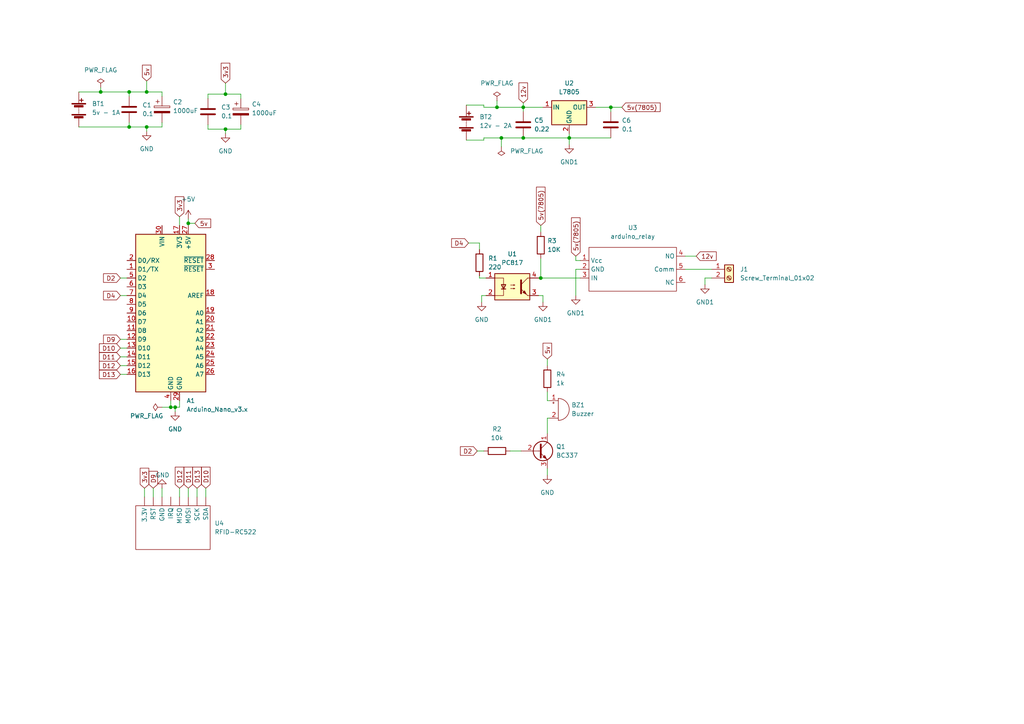
<source format=kicad_sch>
(kicad_sch (version 20211123) (generator eeschema)
  (paper "A4")
  (lib_symbols
    (symbol "Connector:Screw_Terminal_01x02" (pin_names (offset 1.016) hide)
      (property "Reference" "J" (at 0 2.54 0))
      (property "Value" "Screw_Terminal_01x02" (at 0 -5.08 0))
      (symbol "Screw_Terminal_01x02_1_1"
        (rectangle (start -1.27 1.27) (end 1.27 -3.81) (stroke (width 0.254)) (fill (type background)))
        (circle (center 0 -2.54) (radius 0.635) (stroke (width 0.1524)))
        (polyline (pts (xy -0.5334 -2.2098) (xy 0.3302 -3.048)) (stroke (width 0.1524)))
        (polyline (pts (xy -0.5334 0.3302) (xy 0.3302 -0.508)) (stroke (width 0.1524)))
        (polyline (pts (xy -0.3556 -2.032) (xy 0.508 -2.8702)) (stroke (width 0.1524)))
        (polyline (pts (xy -0.3556 0.508) (xy 0.508 -0.3302)) (stroke (width 0.1524)))
        (circle (center 0 0) (radius 0.635) (stroke (width 0.1524)))
        (pin passive line (at -5.08 0 0) (length 3.81) (name "Pin_1") (number "1"))
        (pin passive line (at -5.08 -2.54 0) (length 3.81) (name "Pin_2") (number "2"))
      )
    )
    (symbol "Device:Battery" (pin_numbers hide) (pin_names (offset 0) hide)
      (property "Reference" "BT" (at 2.54 2.54 0))
      (property "Value" "Battery" (at 2.54 0 0))
      (symbol "Battery_0_1"
        (rectangle (start -2.032 -1.397) (end 2.032 -1.651) (fill (type outline)))
        (rectangle (start -2.032 1.778) (end 2.032 1.524) (fill (type outline)))
        (rectangle (start -1.3208 -1.9812) (end 1.27 -2.4892) (fill (type outline)))
        (rectangle (start -1.3208 1.1938) (end 1.27 0.6858) (fill (type outline)))
        (polyline (pts (xy 0 -1.524) (xy 0 -1.27)))
        (polyline (pts (xy 0 -1.016) (xy 0 -0.762)))
        (polyline (pts (xy 0 -0.508) (xy 0 -0.254)))
        (polyline (pts (xy 0 0) (xy 0 0.254)))
        (polyline (pts (xy 0 0.508) (xy 0 0.762)))
        (polyline (pts (xy 0 1.778) (xy 0 2.54)))
        (polyline (pts (xy 0.254 2.667) (xy 1.27 2.667)) (stroke (width 0.254)))
        (polyline (pts (xy 0.762 3.175) (xy 0.762 2.159)) (stroke (width 0.254)))
      )
      (symbol "Battery_1_1"
        (pin passive line (at 0 5.08 270) (length 2.54) (name "+") (number "1"))
        (pin passive line (at 0 -5.08 90) (length 2.54) (name "-") (number "2"))
      )
    )
    (symbol "Device:Buzzer" (pin_names (offset 0.0254) hide)
      (property "Reference" "BZ" (at 3.81 1.27 0))
      (property "Value" "Buzzer" (at 3.81 -1.27 0))
      (symbol "Buzzer_0_1"
        (arc (start 0 -3.175) (mid 3.175 0) (end 0 3.175))
        (polyline (pts (xy -1.651 1.905) (xy -1.143 1.905)))
        (polyline (pts (xy -1.397 2.159) (xy -1.397 1.651)))
        (polyline (pts (xy 0 3.175) (xy 0 -3.175)))
      )
      (symbol "Buzzer_1_1"
        (pin passive line (at -2.54 2.54 0) (length 2.54) (name "-") (number "1"))
        (pin passive line (at -2.54 -2.54 0) (length 2.54) (name "+") (number "2"))
      )
    )
    (symbol "Device:C" (pin_numbers hide) (pin_names (offset 0.254))
      (property "Reference" "C" (at 0.635 2.54 0))
      (property "Value" "C" (at 0.635 -2.54 0))
      (symbol "C_0_1"
        (polyline (pts (xy -2.032 -0.762) (xy 2.032 -0.762)) (stroke (width 0.508)))
        (polyline (pts (xy -2.032 0.762) (xy 2.032 0.762)) (stroke (width 0.508)))
      )
      (symbol "C_1_1"
        (pin passive line (at 0 3.81 270) (length 2.794) (name "~") (number "1"))
        (pin passive line (at 0 -3.81 90) (length 2.794) (name "~") (number "2"))
      )
    )
    (symbol "Device:C_Polarized" (pin_numbers hide) (pin_names (offset 0.254))
      (property "Reference" "C" (at 0.635 2.54 0))
      (property "Value" "C_Polarized" (at 0.635 -2.54 0))
      (symbol "C_Polarized_0_1"
        (rectangle (start -2.286 0.508) (end 2.286 1.016))
        (polyline (pts (xy -1.778 2.286) (xy -0.762 2.286)))
        (polyline (pts (xy -1.27 2.794) (xy -1.27 1.778)))
        (rectangle (start 2.286 -0.508) (end -2.286 -1.016) (fill (type outline)))
      )
      (symbol "C_Polarized_1_1"
        (pin passive line (at 0 3.81 270) (length 2.794) (name "~") (number "1"))
        (pin passive line (at 0 -3.81 90) (length 2.794) (name "~") (number "2"))
      )
    )
    (symbol "Device:R" (pin_numbers hide) (pin_names (offset 0))
      (property "Reference" "R" (at 2.032 0 90))
      (property "Value" "R" (at 0 0 90))
      (symbol "R_0_1"
        (rectangle (start -1.016 -2.54) (end 1.016 2.54) (stroke (width 0.254)))
      )
      (symbol "R_1_1"
        (pin passive line (at 0 3.81 270) (length 1.27) (name "~") (number "1"))
        (pin passive line (at 0 -3.81 90) (length 1.27) (name "~") (number "2"))
      )
    )
    (symbol "Isolator:PC817" (pin_names (offset 1.016))
      (property "Reference" "U" (at -5.08 5.08 0))
      (property "Value" "PC817" (at 0 5.08 0))
      (symbol "PC817_0_1"
        (rectangle (start -5.08 3.81) (end 5.08 -3.81) (stroke (width 0.254)) (fill (type background)))
        (polyline (pts (xy -3.175 -0.635) (xy -1.905 -0.635)) (stroke (width 0.254)))
        (polyline (pts (xy 2.54 0.635) (xy 4.445 2.54)))
        (polyline (pts (xy 4.445 -2.54) (xy 2.54 -0.635)) (fill (type outline)))
        (polyline (pts (xy 4.445 -2.54) (xy 5.08 -2.54)))
        (polyline (pts (xy 4.445 2.54) (xy 5.08 2.54)))
        (polyline (pts (xy -5.08 2.54) (xy -2.54 2.54) (xy -2.54 -0.635)))
        (polyline (pts (xy -2.54 -0.635) (xy -2.54 -2.54) (xy -5.08 -2.54)))
        (polyline (pts (xy 2.54 1.905) (xy 2.54 -1.905) (xy 2.54 -1.905)) (stroke (width 0.508)))
        (polyline (pts (xy -2.54 -0.635) (xy -3.175 0.635) (xy -1.905 0.635) (xy -2.54 -0.635)) (stroke (width 0.254)))
        (polyline (pts (xy -0.508 -0.508) (xy 0.762 -0.508) (xy 0.381 -0.635) (xy 0.381 -0.381) (xy 0.762 -0.508)))
        (polyline (pts (xy -0.508 0.508) (xy 0.762 0.508) (xy 0.381 0.381) (xy 0.381 0.635) (xy 0.762 0.508)))
        (polyline (pts (xy 3.048 -1.651) (xy 3.556 -1.143) (xy 4.064 -2.159) (xy 3.048 -1.651) (xy 3.048 -1.651)) (fill (type outline)))
      )
      (symbol "PC817_1_1"
        (pin passive line (at -7.62 2.54 0) (length 2.54) (name "~") (number "1"))
        (pin passive line (at -7.62 -2.54 0) (length 2.54) (name "~") (number "2"))
        (pin passive line (at 7.62 -2.54 180) (length 2.54) (name "~") (number "3"))
        (pin passive line (at 7.62 2.54 180) (length 2.54) (name "~") (number "4"))
      )
    )
    (symbol "MCU_Module:Arduino_Nano_v3.x"
      (property "Reference" "A" (at -10.16 23.495 0))
      (property "Value" "Arduino_Nano_v3.x" (at 5.08 -24.13 0))
      (symbol "Arduino_Nano_v3.x_0_1"
        (rectangle (start -10.16 22.86) (end 10.16 -22.86) (stroke (width 0.254)) (fill (type background)))
      )
      (symbol "Arduino_Nano_v3.x_1_1"
        (pin bidirectional line (at -12.7 12.7 0) (length 2.54) (name "D1/TX") (number "1"))
        (pin bidirectional line (at -12.7 -2.54 0) (length 2.54) (name "D7") (number "10"))
        (pin bidirectional line (at -12.7 -5.08 0) (length 2.54) (name "D8") (number "11"))
        (pin bidirectional line (at -12.7 -7.62 0) (length 2.54) (name "D9") (number "12"))
        (pin bidirectional line (at -12.7 -10.16 0) (length 2.54) (name "D10") (number "13"))
        (pin bidirectional line (at -12.7 -12.7 0) (length 2.54) (name "D11") (number "14"))
        (pin bidirectional line (at -12.7 -15.24 0) (length 2.54) (name "D12") (number "15"))
        (pin bidirectional line (at -12.7 -17.78 0) (length 2.54) (name "D13") (number "16"))
        (pin power_out line (at 2.54 25.4 270) (length 2.54) (name "3V3") (number "17"))
        (pin input line (at 12.7 5.08 180) (length 2.54) (name "AREF") (number "18"))
        (pin bidirectional line (at 12.7 0 180) (length 2.54) (name "A0") (number "19"))
        (pin bidirectional line (at -12.7 15.24 0) (length 2.54) (name "D0/RX") (number "2"))
        (pin bidirectional line (at 12.7 -2.54 180) (length 2.54) (name "A1") (number "20"))
        (pin bidirectional line (at 12.7 -5.08 180) (length 2.54) (name "A2") (number "21"))
        (pin bidirectional line (at 12.7 -7.62 180) (length 2.54) (name "A3") (number "22"))
        (pin bidirectional line (at 12.7 -10.16 180) (length 2.54) (name "A4") (number "23"))
        (pin bidirectional line (at 12.7 -12.7 180) (length 2.54) (name "A5") (number "24"))
        (pin bidirectional line (at 12.7 -15.24 180) (length 2.54) (name "A6") (number "25"))
        (pin bidirectional line (at 12.7 -17.78 180) (length 2.54) (name "A7") (number "26"))
        (pin power_out line (at 5.08 25.4 270) (length 2.54) (name "+5V") (number "27"))
        (pin input line (at 12.7 15.24 180) (length 2.54) (name "~{RESET}") (number "28"))
        (pin power_in line (at 2.54 -25.4 90) (length 2.54) (name "GND") (number "29"))
        (pin input line (at 12.7 12.7 180) (length 2.54) (name "~{RESET}") (number "3"))
        (pin power_in line (at -2.54 25.4 270) (length 2.54) (name "VIN") (number "30"))
        (pin power_in line (at 0 -25.4 90) (length 2.54) (name "GND") (number "4"))
        (pin bidirectional line (at -12.7 10.16 0) (length 2.54) (name "D2") (number "5"))
        (pin bidirectional line (at -12.7 7.62 0) (length 2.54) (name "D3") (number "6"))
        (pin bidirectional line (at -12.7 5.08 0) (length 2.54) (name "D4") (number "7"))
        (pin bidirectional line (at -12.7 2.54 0) (length 2.54) (name "D5") (number "8"))
        (pin bidirectional line (at -12.7 0 0) (length 2.54) (name "D6") (number "9"))
      )
    )
    (symbol "Regulator_Linear:L7805" (pin_names (offset 0.254))
      (property "Reference" "U" (at -3.81 3.175 0))
      (property "Value" "L7805" (at 0 3.175 0))
      (symbol "L7805_0_1"
        (rectangle (start -5.08 1.905) (end 5.08 -5.08) (stroke (width 0.254)) (fill (type background)))
      )
      (symbol "L7805_1_1"
        (pin power_in line (at -7.62 0 0) (length 2.54) (name "IN") (number "1"))
        (pin power_in line (at 0 -7.62 90) (length 2.54) (name "GND") (number "2"))
        (pin power_out line (at 7.62 0 180) (length 2.54) (name "OUT") (number "3"))
      )
    )
    (symbol "Transistor_BJT:BC337" (pin_names (offset 0) hide)
      (property "Reference" "Q" (at 5.08 1.905 0))
      (property "Value" "BC337" (at 5.08 0 0))
      (symbol "BC337_0_1"
        (polyline (pts (xy 0 0) (xy 0.635 0)))
        (polyline (pts (xy 0.635 0.635) (xy 2.54 2.54)))
        (polyline (pts (xy 0.635 -0.635) (xy 2.54 -2.54) (xy 2.54 -2.54)))
        (polyline (pts (xy 0.635 1.905) (xy 0.635 -1.905) (xy 0.635 -1.905)) (stroke (width 0.508)))
        (polyline (pts (xy 1.27 -1.778) (xy 1.778 -1.27) (xy 2.286 -2.286) (xy 1.27 -1.778) (xy 1.27 -1.778)) (fill (type outline)))
        (circle (center 1.27 0) (radius 2.8194) (stroke (width 0.254)))
      )
      (symbol "BC337_1_1"
        (pin passive line (at 2.54 5.08 270) (length 2.54) (name "C") (number "1"))
        (pin input line (at -5.08 0 0) (length 5.08) (name "B") (number "2"))
        (pin passive line (at 2.54 -5.08 90) (length 2.54) (name "E") (number "3"))
      )
    )
    (symbol "arduino:RFID-RC522"
      (property "Reference" "U" (at 0 0 0))
      (property "Value" "RFID-RC522" (at 0 0 0))
      (symbol "RFID-RC522_0_1"
        (rectangle (start 0 0) (end 12.7 21.59))
      )
      (symbol "RFID-RC522_1_1"
        (pin input line (at -2.54 2.54 0) (length 2.54) (name "3.3V") (number ""))
        (pin input line (at -2.54 7.62 0) (length 2.54) (name "GND") (number ""))
        (pin input line (at -2.54 10.16 0) (length 2.54) (name "IRQ") (number ""))
        (pin input line (at -2.54 12.7 0) (length 2.54) (name "MISO") (number ""))
        (pin input line (at -2.54 15.24 0) (length 2.54) (name "MOSI") (number ""))
        (pin input line (at -2.54 5.08 0) (length 2.54) (name "RST") (number ""))
        (pin input line (at -2.54 17.78 0) (length 2.54) (name "SCK") (number ""))
        (pin input line (at -2.54 20.32 0) (length 2.54) (name "SDA") (number ""))
      )
    )
    (symbol "arduino:arduino_relay"
      (property "Reference" "U" (at 0 0 0))
      (property "Value" "arduino_relay" (at 0 0 0))
      (symbol "arduino_relay_0_1"
        (rectangle (start 0 0) (end 25.4 12.7))
      )
      (symbol "arduino_relay_1_1"
        (pin input line (at -2.54 8.89 0) (length 2.54) (name "Vcc") (number "1"))
        (pin input line (at -2.54 6.35 0) (length 2.54) (name "GND") (number "2"))
        (pin input line (at -2.54 3.81 0) (length 2.54) (name "IN") (number "3"))
        (pin input line (at 27.94 10.16 180) (length 2.54) (name "NO") (number "4"))
        (pin input line (at 27.94 6.35 180) (length 2.54) (name "Comm") (number "5"))
        (pin input line (at 27.94 2.54 180) (length 2.54) (name "NC") (number "6"))
      )
    )
    (symbol "power:+5V" (power) (pin_names (offset 0))
      (property "Value" "+5V" (at 0 3.556 0))
      (symbol "+5V_0_1"
        (polyline (pts (xy -0.762 1.27) (xy 0 2.54)))
        (polyline (pts (xy 0 0) (xy 0 2.54)))
        (polyline (pts (xy 0 2.54) (xy 0.762 1.27)))
      )
      (symbol "+5V_1_1"
        (pin power_in line (at 0 0 90) (length 0) hide (name "+5V") (number "1"))
      )
    )
    (symbol "power:GND" (power) (pin_names (offset 0))
      (property "Value" "GND" (at 0 -3.81 0))
      (symbol "GND_0_1"
        (polyline (pts (xy 0 0) (xy 0 -1.27) (xy 1.27 -1.27) (xy 0 -2.54) (xy -1.27 -1.27) (xy 0 -1.27)))
      )
      (symbol "GND_1_1"
        (pin power_in line (at 0 0 270) (length 0) hide (name "GND") (number "1"))
      )
    )
    (symbol "power:GND1" (power) (pin_names (offset 0))
      (property "Value" "GND1" (at 0 -3.81 0))
      (symbol "GND1_0_1"
        (polyline (pts (xy 0 0) (xy 0 -1.27) (xy 1.27 -1.27) (xy 0 -2.54) (xy -1.27 -1.27) (xy 0 -1.27)))
      )
      (symbol "GND1_1_1"
        (pin power_in line (at 0 0 270) (length 0) hide (name "GND1") (number "1"))
      )
    )
    (symbol "power:PWR_FLAG" (power) (pin_numbers hide) (pin_names (offset 0) hide)
      (property "Value" "PWR_FLAG" (at 0 3.81 0))
      (symbol "PWR_FLAG_0_0"
        (pin power_out line (at 0 0 90) (length 0) (name "pwr") (number "1"))
      )
      (symbol "PWR_FLAG_0_1"
        (polyline (pts (xy 0 0) (xy 0 1.27) (xy -1.016 1.905) (xy 0 2.54) (xy 1.016 1.905) (xy 0 1.27)))
      )
    )
  )
  (junction (at 54.61 64.77))
  (junction (at 65.405 37.465))
  (junction (at 50.8 118.11))
  (junction (at 165.1 40.005))
  (junction (at 29.21 26.67))
  (junction (at 177.165 31.115))
  (junction (at 151.765 31.115))
  (junction (at 65.405 27.305))
  (junction (at 145.415 40.005))
  (junction (at 42.545 36.83))
  (junction (at 37.465 36.83))
  (junction (at 37.465 26.67))
  (junction (at 156.845 80.645))
  (junction (at 144.145 31.115))
  (junction (at 151.765 40.005))
  (junction (at 42.545 26.67))
  (junction (at 49.53 118.11))
  (wire (pts (xy 46.99 141.605) (xy 46.99 144.145)))
  (wire (pts (xy 140.97 80.645) (xy 139.065 80.645)))
  (wire (pts (xy 46.99 35.56) (xy 46.99 36.83)))
  (wire (pts (xy 140.97 85.725) (xy 139.7 85.725)))
  (wire (pts (xy 151.765 31.115) (xy 151.765 32.385)))
  (wire (pts (xy 172.72 31.115) (xy 177.165 31.115)))
  (wire (pts (xy 158.75 113.665) (xy 158.75 116.205)))
  (wire (pts (xy 156.845 74.93) (xy 156.845 80.645)))
  (wire (pts (xy 46.99 36.83) (xy 42.545 36.83)))
  (wire (pts (xy 140.335 40.005) (xy 145.415 40.005)))
  (wire (pts (xy 52.07 116.205) (xy 52.07 118.11)))
  (wire (pts (xy 156.845 80.645) (xy 168.275 80.645)))
  (wire (pts (xy 34.925 108.585) (xy 36.83 108.585)))
  (wire (pts (xy 198.755 78.105) (xy 206.375 78.105)))
  (wire (pts (xy 157.48 85.725) (xy 156.21 85.725)))
  (wire (pts (xy 204.47 82.55) (xy 204.47 80.645)))
  (wire (pts (xy 41.91 141.605) (xy 41.91 144.145)))
  (wire (pts (xy 37.465 27.94) (xy 37.465 26.67)))
  (wire (pts (xy 69.85 27.305) (xy 69.85 28.575)))
  (wire (pts (xy 37.465 26.67) (xy 42.545 26.67)))
  (wire (pts (xy 29.21 25.4) (xy 29.21 26.67)))
  (wire (pts (xy 54.61 63.5) (xy 54.61 64.77)))
  (wire (pts (xy 151.765 40.005) (xy 165.1 40.005)))
  (wire (pts (xy 46.99 26.67) (xy 46.99 27.94)))
  (wire (pts (xy 139.7 85.725) (xy 139.7 87.63)))
  (wire (pts (xy 60.325 28.575) (xy 60.325 27.305)))
  (wire (pts (xy 22.86 36.83) (xy 37.465 36.83)))
  (wire (pts (xy 54.61 64.77) (xy 56.515 64.77)))
  (wire (pts (xy 138.43 130.81) (xy 140.335 130.81)))
  (wire (pts (xy 42.545 36.83) (xy 42.545 38.1)))
  (wire (pts (xy 156.21 80.645) (xy 156.845 80.645)))
  (wire (pts (xy 165.1 40.005) (xy 165.1 38.735)))
  (wire (pts (xy 65.405 37.465) (xy 65.405 38.735)))
  (wire (pts (xy 158.75 135.89) (xy 158.75 137.795)))
  (wire (pts (xy 59.69 141.605) (xy 59.69 144.145)))
  (wire (pts (xy 49.53 116.205) (xy 49.53 118.11)))
  (wire (pts (xy 177.165 31.115) (xy 180.34 31.115)))
  (wire (pts (xy 158.75 121.285) (xy 158.75 125.73)))
  (wire (pts (xy 157.48 87.63) (xy 157.48 85.725)))
  (wire (pts (xy 50.8 119.38) (xy 50.8 118.11)))
  (wire (pts (xy 198.755 74.295) (xy 201.93 74.295)))
  (wire (pts (xy 34.925 106.045) (xy 36.83 106.045)))
  (wire (pts (xy 177.165 31.115) (xy 177.165 32.385)))
  (wire (pts (xy 144.145 29.21) (xy 144.145 31.115)))
  (wire (pts (xy 140.335 30.48) (xy 140.335 31.115)))
  (wire (pts (xy 22.86 26.67) (xy 29.21 26.67)))
  (wire (pts (xy 46.99 118.11) (xy 49.53 118.11)))
  (wire (pts (xy 158.75 116.205) (xy 159.385 116.205)))
  (wire (pts (xy 144.145 31.115) (xy 151.765 31.115)))
  (wire (pts (xy 168.275 78.105) (xy 167.005 78.105)))
  (wire (pts (xy 140.335 40.64) (xy 140.335 40.005)))
  (wire (pts (xy 167.005 75.565) (xy 167.005 74.295)))
  (wire (pts (xy 147.955 130.81) (xy 151.13 130.81)))
  (wire (pts (xy 151.765 29.845) (xy 151.765 31.115)))
  (wire (pts (xy 42.545 36.83) (xy 37.465 36.83)))
  (wire (pts (xy 177.165 40.005) (xy 165.1 40.005)))
  (wire (pts (xy 42.545 23.495) (xy 42.545 26.67)))
  (wire (pts (xy 29.21 26.67) (xy 37.465 26.67)))
  (wire (pts (xy 167.005 78.105) (xy 167.005 85.725)))
  (wire (pts (xy 65.405 37.465) (xy 60.325 37.465)))
  (wire (pts (xy 135.255 40.64) (xy 140.335 40.64)))
  (wire (pts (xy 52.07 141.605) (xy 52.07 144.145)))
  (wire (pts (xy 57.15 141.605) (xy 57.15 144.145)))
  (wire (pts (xy 69.85 37.465) (xy 65.405 37.465)))
  (wire (pts (xy 34.925 98.425) (xy 36.83 98.425)))
  (wire (pts (xy 159.385 121.285) (xy 158.75 121.285)))
  (wire (pts (xy 139.065 80.645) (xy 139.065 80.01)))
  (wire (pts (xy 156.845 65.405) (xy 156.845 67.31)))
  (wire (pts (xy 42.545 26.67) (xy 46.99 26.67)))
  (wire (pts (xy 34.925 100.965) (xy 36.83 100.965)))
  (wire (pts (xy 145.415 40.005) (xy 145.415 42.545)))
  (wire (pts (xy 52.07 62.865) (xy 52.07 65.405)))
  (wire (pts (xy 50.8 118.11) (xy 52.07 118.11)))
  (wire (pts (xy 140.335 31.115) (xy 144.145 31.115)))
  (wire (pts (xy 60.325 37.465) (xy 60.325 36.195)))
  (wire (pts (xy 168.275 75.565) (xy 167.005 75.565)))
  (wire (pts (xy 54.61 64.77) (xy 54.61 65.405)))
  (wire (pts (xy 37.465 36.83) (xy 37.465 35.56)))
  (wire (pts (xy 60.325 27.305) (xy 65.405 27.305)))
  (wire (pts (xy 135.255 30.48) (xy 140.335 30.48)))
  (wire (pts (xy 65.405 27.305) (xy 69.85 27.305)))
  (wire (pts (xy 204.47 80.645) (xy 206.375 80.645)))
  (wire (pts (xy 139.065 70.485) (xy 139.065 72.39)))
  (wire (pts (xy 145.415 40.005) (xy 151.765 40.005)))
  (wire (pts (xy 157.48 31.115) (xy 151.765 31.115)))
  (wire (pts (xy 34.925 80.645) (xy 36.83 80.645)))
  (wire (pts (xy 165.1 40.005) (xy 165.1 41.91)))
  (wire (pts (xy 49.53 118.11) (xy 50.8 118.11)))
  (wire (pts (xy 54.61 141.605) (xy 54.61 144.145)))
  (wire (pts (xy 158.75 104.14) (xy 158.75 106.045)))
  (wire (pts (xy 65.405 24.13) (xy 65.405 27.305)))
  (wire (pts (xy 69.85 36.195) (xy 69.85 37.465)))
  (wire (pts (xy 34.925 85.725) (xy 36.83 85.725)))
  (wire (pts (xy 135.89 70.485) (xy 139.065 70.485)))
  (wire (pts (xy 44.45 141.605) (xy 44.45 144.145)))
  (wire (pts (xy 34.925 103.505) (xy 36.83 103.505)))
  (global_label "D12" (shape input) (at 34.925 106.045 180) (property "Intersheet References" "${INTERSHEET_REFS}" (effects hide)))
  (global_label "D2" (shape input) (at 34.925 80.645 180) (property "Intersheet References" "${INTERSHEET_REFS}" (effects hide)))
  (global_label "D13" (shape input) (at 57.15 141.605 90) (property "Intersheet References" "${INTERSHEET_REFS}" (effects hide)))
  (global_label "3v3" (shape input) (at 52.07 62.865 90) (property "Intersheet References" "${INTERSHEET_REFS}" (effects hide)))
  (global_label "3v3" (shape input) (at 41.91 141.605 90) (property "Intersheet References" "${INTERSHEET_REFS}" (effects hide)))
  (global_label "5v(7805)" (shape input) (at 167.005 74.295 90) (property "Intersheet References" "${INTERSHEET_REFS}" (effects hide)))
  (global_label "D4" (shape input) (at 34.925 85.725 180) (property "Intersheet References" "${INTERSHEET_REFS}" (effects hide)))
  (global_label "5v(7805)" (shape input) (at 180.34 31.115 0) (property "Intersheet References" "${INTERSHEET_REFS}" (effects hide)))
  (global_label "D11" (shape input) (at 54.61 141.605 90) (property "Intersheet References" "${INTERSHEET_REFS}" (effects hide)))
  (global_label "D10" (shape input) (at 59.69 141.605 90) (property "Intersheet References" "${INTERSHEET_REFS}" (effects hide)))
  (global_label "5v" (shape input) (at 42.545 23.495 90) (property "Intersheet References" "${INTERSHEET_REFS}" (effects hide)))
  (global_label "D9" (shape input) (at 34.925 98.425 180) (property "Intersheet References" "${INTERSHEET_REFS}" (effects hide)))
  (global_label "D9" (shape input) (at 44.45 141.605 90) (property "Intersheet References" "${INTERSHEET_REFS}" (effects hide)))
  (global_label "12v" (shape input) (at 201.93 74.295 0) (property "Intersheet References" "${INTERSHEET_REFS}" (effects hide)))
  (global_label "D13" (shape input) (at 34.925 108.585 180) (property "Intersheet References" "${INTERSHEET_REFS}" (effects hide)))
  (global_label "3v3" (shape input) (at 65.405 24.13 90) (property "Intersheet References" "${INTERSHEET_REFS}" (effects hide)))
  (global_label "D10" (shape input) (at 34.925 100.965 180) (property "Intersheet References" "${INTERSHEET_REFS}" (effects hide)))
  (global_label "D11" (shape input) (at 34.925 103.505 180) (property "Intersheet References" "${INTERSHEET_REFS}" (effects hide)))
  (global_label "5v(7805)" (shape input) (at 156.845 65.405 90) (property "Intersheet References" "${INTERSHEET_REFS}" (effects hide)))
  (global_label "D4" (shape input) (at 135.89 70.485 180) (property "Intersheet References" "${INTERSHEET_REFS}" (effects hide)))
  (global_label "5v" (shape input) (at 56.515 64.77 0) (property "Intersheet References" "${INTERSHEET_REFS}" (effects hide)))
  (global_label "D12" (shape input) (at 52.07 141.605 90) (property "Intersheet References" "${INTERSHEET_REFS}" (effects hide)))
  (global_label "12v" (shape input) (at 151.765 29.845 90) (property "Intersheet References" "${INTERSHEET_REFS}" (effects hide)))
  (global_label "D2" (shape input) (at 138.43 130.81 180) (property "Intersheet References" "${INTERSHEET_REFS}" (effects hide)))
  (global_label "5v" (shape input) (at 158.75 104.14 90) (property "Intersheet References" "${INTERSHEET_REFS}" (effects hide)))
  (symbol (lib_id "power:PWR_FLAG") (at 29.21 25.4 0) (unit 1)
    (property "Reference" "#FLG01" (effects hide))
    (property "Value" "PWR_FLAG" (at 29.21 20.32 0))
  )
  (symbol (lib_id "Device:C_Polarized") (at 69.85 32.385 0) (unit 1)
    (property "Reference" "C4" (at 73.025 30.2259 0) (effects (justify left)))
    (property "Value" "1000uF" (at 73.025 32.7659 0) (effects (justify left)))
  )
  (symbol (lib_id "Device:R") (at 139.065 76.2 180) (unit 1)
    (property "Reference" "R1" (at 141.605 74.9299 0) (effects (justify right)))
    (property "Value" "220" (at 141.605 77.4699 0) (effects (justify right)))
  )
  (symbol (lib_id "arduino:RFID-RC522") (at 39.37 146.685 270) (unit 1)
    (property "Reference" "U4" (at 62.23 151.7649 90) (effects (justify left)))
    (property "Value" "RFID-RC522" (at 62.23 154.3049 90) (effects (justify left)))
  )
  (symbol (lib_id "power:PWR_FLAG") (at 144.145 29.21 0) (unit 1)
    (property "Reference" "#FLG02" (effects hide))
    (property "Value" "PWR_FLAG" (at 144.145 24.13 0))
  )
  (symbol (lib_id "Device:Battery") (at 22.86 31.75 0) (unit 1)
    (property "Reference" "BT1" (at 26.67 30.0989 0) (effects (justify left)))
    (property "Value" "5v - 1A" (at 26.67 32.6389 0) (effects (justify left)))
  )
  (symbol (lib_id "Device:C") (at 60.325 32.385 0) (unit 1)
    (property "Reference" "C3" (at 64.135 31.1149 0) (effects (justify left)))
    (property "Value" "0.1" (at 64.135 33.6549 0) (effects (justify left)))
  )
  (symbol (lib_id "Device:Buzzer") (at 161.925 118.745 0) (unit 1)
    (property "Reference" "BZ1" (at 165.735 117.4749 0) (effects (justify left)))
    (property "Value" "Buzzer" (at 165.735 120.0149 0) (effects (justify left)))
  )
  (symbol (lib_id "Device:C") (at 151.765 36.195 0) (unit 1)
    (property "Reference" "C5" (at 154.94 34.9249 0) (effects (justify left)))
    (property "Value" "0.22" (at 154.94 37.4649 0) (effects (justify left)))
  )
  (symbol (lib_id "Device:R") (at 156.845 71.12 180) (unit 1)
    (property "Reference" "R3" (at 158.75 69.8499 0) (effects (justify right)))
    (property "Value" "10K" (at 158.75 72.3899 0) (effects (justify right)))
  )
  (symbol (lib_id "power:GND") (at 46.99 141.605 180) (unit 1)
    (property "Reference" "#PWR011" (effects hide))
    (property "Value" "GND" (at 45.085 137.795 0) (effects (justify right)))
  )
  (symbol (lib_id "power:GND") (at 158.75 137.795 0) (unit 1)
    (property "Reference" "#PWR07" (effects hide))
    (property "Value" "GND" (at 158.75 142.875 0))
  )
  (symbol (lib_id "power:PWR_FLAG") (at 46.99 118.11 90) (unit 1)
    (property "Reference" "#FLG03" (effects hide))
    (property "Value" "PWR_FLAG" (at 42.545 120.65 90))
  )
  (symbol (lib_id "Device:C") (at 37.465 31.75 0) (unit 1)
    (property "Reference" "C1" (at 41.275 30.4799 0) (effects (justify left)))
    (property "Value" "0.1" (at 41.275 33.0199 0) (effects (justify left)))
  )
  (symbol (lib_id "power:GND") (at 50.8 119.38 0) (unit 1)
    (property "Reference" "#PWR02" (effects hide))
    (property "Value" "GND" (at 50.8 124.46 0))
  )
  (symbol (lib_id "power:GND1") (at 157.48 87.63 0) (unit 1)
    (property "Reference" "#PWR06" (effects hide))
    (property "Value" "GND1" (at 157.48 92.71 0))
  )
  (symbol (lib_id "Isolator:PC817") (at 148.59 83.185 0) (unit 1)
    (property "Reference" "U1" (at 148.59 73.66 0))
    (property "Value" "PC817" (at 148.59 76.2 0))
    (property "Footprint" "Package_DIP:DIP-4_W7.62mm" (effects hide))
    (property "Datasheet" "http://www.soselectronic.cz/a_info/resource/d/pc817.pdf" (effects hide))
  )
  (symbol (lib_id "Device:C_Polarized") (at 46.99 31.75 0) (unit 1)
    (property "Reference" "C2" (at 50.165 29.5909 0) (effects (justify left)))
    (property "Value" "1000uF" (at 50.165 32.1309 0) (effects (justify left)))
  )
  (symbol (lib_id "power:PWR_FLAG") (at 145.415 42.545 180) (unit 1)
    (property "Reference" "#FLG04" (effects hide))
    (property "Value" "PWR_FLAG" (at 147.955 43.8149 0) (effects (justify right)))
  )
  (symbol (lib_id "Transistor_BJT:BC337") (at 156.21 130.81 0) (unit 1)
    (property "Reference" "Q1" (at 161.29 129.5399 0) (effects (justify left)))
    (property "Value" "BC337" (at 161.29 132.0799 0) (effects (justify left)))
    (property "Footprint" "Package_TO_SOT_THT:TO-92_Inline" (effects hide))
    (property "Datasheet" "https://diotec.com/tl_files/diotec/files/pdf/datasheets/bc337.pdf" (effects hide))
  )
  (symbol (lib_id "power:+5V") (at 54.61 63.5 0) (unit 1)
    (property "Reference" "#PWR03" (effects hide))
    (property "Value" "+5V" (at 54.61 57.785 0))
  )
  (symbol (lib_id "power:GND1") (at 165.1 41.91 0) (unit 1)
    (property "Reference" "#PWR08" (effects hide))
    (property "Value" "GND1" (at 165.1 46.99 0))
  )
  (symbol (lib_id "Device:C") (at 177.165 36.195 0) (unit 1)
    (property "Reference" "C6" (at 180.34 34.9249 0) (effects (justify left)))
    (property "Value" "0.1" (at 180.34 37.4649 0) (effects (justify left)))
  )
  (symbol (lib_id "power:GND1") (at 204.47 82.55 0) (unit 1)
    (property "Reference" "#PWR010" (effects hide))
    (property "Value" "GND1" (at 204.47 87.63 0))
  )
  (symbol (lib_id "Device:Battery") (at 135.255 35.56 0) (unit 1)
    (property "Reference" "BT2" (at 139.065 33.9089 0) (effects (justify left)))
    (property "Value" "12v - 2A" (at 139.065 36.4489 0) (effects (justify left)))
  )
  (symbol (lib_id "Device:R") (at 144.145 130.81 90) (unit 1)
    (property "Reference" "R2" (at 144.145 124.46 90))
    (property "Value" "10k" (at 144.145 127 90))
  )
  (symbol (lib_id "power:GND1") (at 167.005 85.725 0) (unit 1)
    (property "Reference" "#PWR09" (effects hide))
    (property "Value" "GND1" (at 167.005 90.805 0))
  )
  (symbol (lib_id "arduino:arduino_relay") (at 170.815 84.455 0) (unit 1)
    (property "Reference" "U3" (at 183.515 66.04 0))
    (property "Value" "arduino_relay" (at 183.515 68.58 0))
  )
  (symbol (lib_id "Connector:Screw_Terminal_01x02") (at 211.455 78.105 0) (unit 1)
    (property "Reference" "J1" (at 214.63 78.1049 0) (effects (justify left)))
    (property "Value" "Screw_Terminal_01x02" (at 214.63 80.6449 0) (effects (justify left)))
  )
  (symbol (lib_id "Regulator_Linear:L7805") (at 165.1 31.115 0) (unit 1)
    (property "Reference" "U2" (at 165.1 24.13 0))
    (property "Value" "L7805" (at 165.1 26.67 0))
    (property "Datasheet" "http://www.st.com/content/ccc/resource/technical/document/datasheet/41/4f/b3/b0/12/d4/47/88/CD00000444.pdf/files/CD00000444.pdf/jcr:content/translations/en.CD00000444.pdf" (effects hide))
  )
  (symbol (lib_id "Device:R") (at 158.75 109.855 0) (unit 1)
    (property "Reference" "R4" (at 161.29 108.5849 0) (effects (justify left)))
    (property "Value" "1k" (at 161.29 111.1249 0) (effects (justify left)))
  )
  (symbol (lib_id "MCU_Module:Arduino_Nano_v3.x") (at 49.53 90.805 0) (unit 1)
    (property "Reference" "A1" (at 54.0894 116.205 0) (effects (justify left)))
    (property "Value" "Arduino_Nano_v3.x" (at 54.0894 118.745 0) (effects (justify left)))
    (property "Footprint" "Module:Arduino_Nano" (effects hide))
    (property "Datasheet" "http://www.mouser.com/pdfdocs/Gravitech_Arduino_Nano3_0.pdf" (effects hide))
  )
  (symbol (lib_id "power:GND") (at 42.545 38.1 0) (unit 1)
    (property "Reference" "#PWR01" (effects hide))
    (property "Value" "GND" (at 42.545 43.18 0))
  )
  (symbol (lib_id "power:GND") (at 65.405 38.735 0) (unit 1)
    (property "Reference" "#PWR04" (effects hide))
    (property "Value" "GND" (at 65.405 43.815 0))
  )
  (symbol (lib_id "power:GND") (at 139.7 87.63 0) (unit 1)
    (property "Reference" "#PWR05" (effects hide))
    (property "Value" "GND" (at 139.7 92.71 0))
  )
)
</source>
